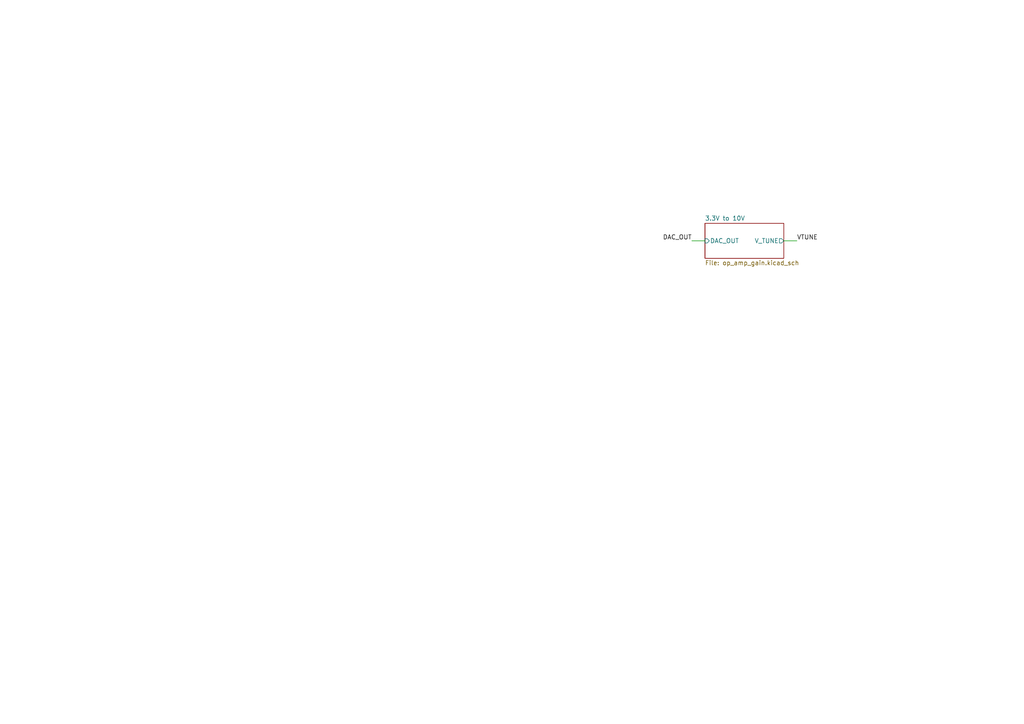
<source format=kicad_sch>
(kicad_sch (version 20210621) (generator eeschema)
  (paper "A4")
  (lib_symbols)
  (wire (pts (xy 200.66 69.85) (xy 204.47 69.85)))
  (wire (pts (xy 227.33 69.85) (xy 231.14 69.85)))
  (label "DAC_OUT" (at 200.66 69.85 180))
  (label "VTUNE" (at 231.14 69.85 0))
  (sheet (at 204.47 64.77) (size 22.86 10.16) (stroke (width 0.1524))
    (property "Sheet name" "3.3V to 10V" (at 204.47 64.0584 0) (effects (justify left bottom)))
    (property "Sheet file" "op_amp_gain.kicad_sch" (at 204.47 75.5146 0) (effects (justify left top)))
    (pin "V_TUNE" output (at 227.33 69.85 0))
    (pin "DAC_OUT" input (at 204.47 69.85 180))
  )
)
</source>
